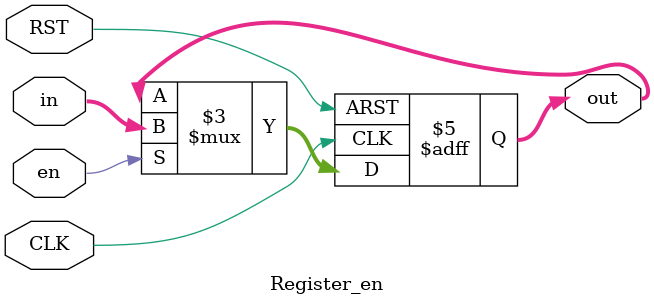
<source format=v>
module Register_en
(
//Declaring inputs
 input wire CLK,
 input wire RST,
 input wire [ 7 : 0 ] in,
 input wire en,
//Delcaring outputs
output reg [ 7 : 0 ] out
);
always@( posedge CLK or negedge RST )
    begin
        if( !RST )
            begin
                out <= 0;
            end
        else if ( en )
            begin
                out <= in;
            end

    end

endmodule
</source>
